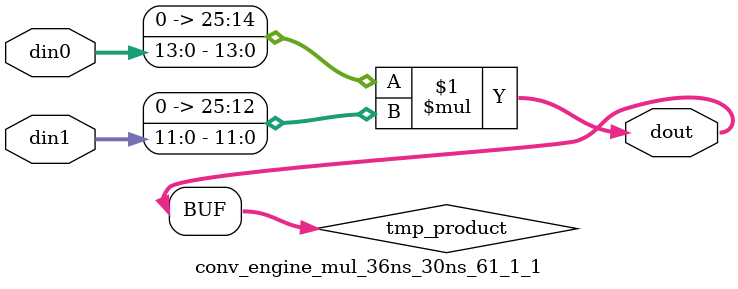
<source format=v>

`timescale 1 ns / 1 ps

 module conv_engine_mul_36ns_30ns_61_1_1(din0, din1, dout);
parameter ID = 1;
parameter NUM_STAGE = 0;
parameter din0_WIDTH = 14;
parameter din1_WIDTH = 12;
parameter dout_WIDTH = 26;

input [din0_WIDTH - 1 : 0] din0; 
input [din1_WIDTH - 1 : 0] din1; 
output [dout_WIDTH - 1 : 0] dout;

wire signed [dout_WIDTH - 1 : 0] tmp_product;
























assign tmp_product = $signed({1'b0, din0}) * $signed({1'b0, din1});











assign dout = tmp_product;





















endmodule

</source>
